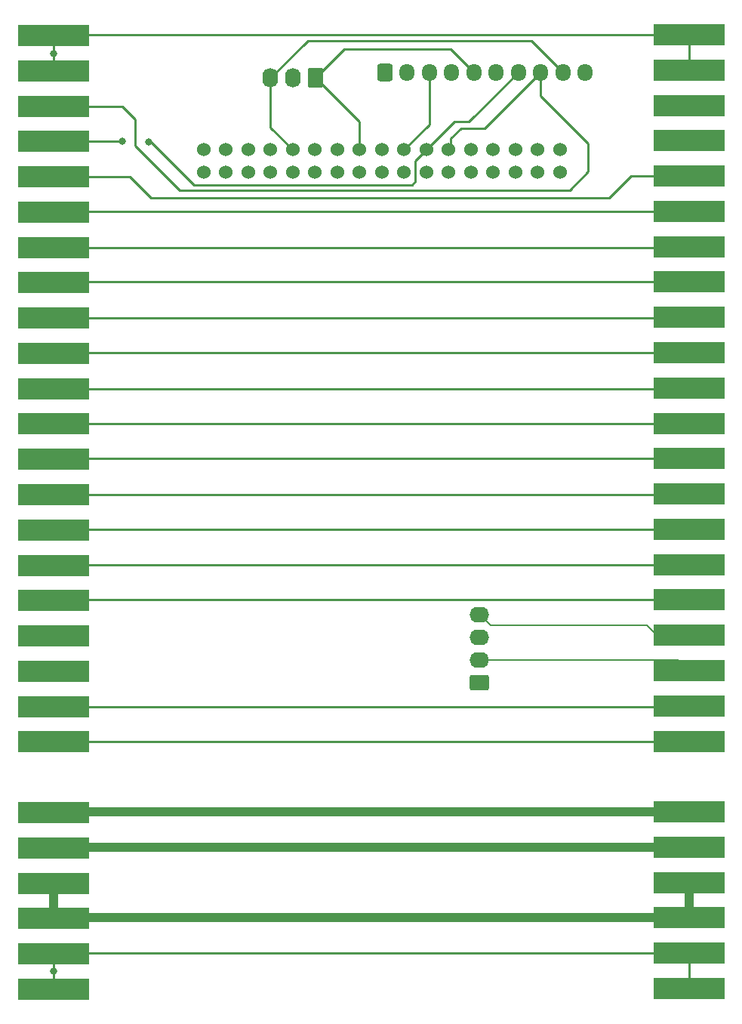
<source format=gbr>
%TF.GenerationSoftware,KiCad,Pcbnew,9.0.2*%
%TF.CreationDate,2025-07-09T23:55:51-04:00*%
%TF.ProjectId,jammaSFTM-CPS,6a616d6d-6153-4465-944d-2d4350532e6b,rev?*%
%TF.SameCoordinates,Original*%
%TF.FileFunction,Copper,L2,Bot*%
%TF.FilePolarity,Positive*%
%FSLAX46Y46*%
G04 Gerber Fmt 4.6, Leading zero omitted, Abs format (unit mm)*
G04 Created by KiCad (PCBNEW 9.0.2) date 2025-07-09 23:55:51*
%MOMM*%
%LPD*%
G01*
G04 APERTURE LIST*
G04 Aperture macros list*
%AMRoundRect*
0 Rectangle with rounded corners*
0 $1 Rounding radius*
0 $2 $3 $4 $5 $6 $7 $8 $9 X,Y pos of 4 corners*
0 Add a 4 corners polygon primitive as box body*
4,1,4,$2,$3,$4,$5,$6,$7,$8,$9,$2,$3,0*
0 Add four circle primitives for the rounded corners*
1,1,$1+$1,$2,$3*
1,1,$1+$1,$4,$5*
1,1,$1+$1,$6,$7*
1,1,$1+$1,$8,$9*
0 Add four rect primitives between the rounded corners*
20,1,$1+$1,$2,$3,$4,$5,0*
20,1,$1+$1,$4,$5,$6,$7,0*
20,1,$1+$1,$6,$7,$8,$9,0*
20,1,$1+$1,$8,$9,$2,$3,0*%
G04 Aperture macros list end*
%TA.AperFunction,ComponentPad*%
%ADD10RoundRect,0.250000X-0.600000X-0.725000X0.600000X-0.725000X0.600000X0.725000X-0.600000X0.725000X0*%
%TD*%
%TA.AperFunction,ComponentPad*%
%ADD11O,1.700000X1.950000*%
%TD*%
%TA.AperFunction,ComponentPad*%
%ADD12RoundRect,0.250000X0.845000X-0.620000X0.845000X0.620000X-0.845000X0.620000X-0.845000X-0.620000X0*%
%TD*%
%TA.AperFunction,ComponentPad*%
%ADD13O,2.190000X1.740000*%
%TD*%
%TA.AperFunction,SMDPad,CuDef*%
%ADD14R,8.000000X2.350000*%
%TD*%
%TA.AperFunction,ComponentPad*%
%ADD15RoundRect,0.250000X0.620000X0.845000X-0.620000X0.845000X-0.620000X-0.845000X0.620000X-0.845000X0*%
%TD*%
%TA.AperFunction,ComponentPad*%
%ADD16O,1.740000X2.190000*%
%TD*%
%TA.AperFunction,ComponentPad*%
%ADD17C,1.524000*%
%TD*%
%TA.AperFunction,ViaPad*%
%ADD18C,0.800000*%
%TD*%
%TA.AperFunction,Conductor*%
%ADD19C,0.250000*%
%TD*%
%TA.AperFunction,Conductor*%
%ADD20C,1.000000*%
%TD*%
%TA.AperFunction,Conductor*%
%ADD21C,0.200000*%
%TD*%
G04 APERTURE END LIST*
D10*
%TO.P,J5,1,Pin_1*%
%TO.N,GND*%
X101701600Y-53441600D03*
D11*
%TO.P,J5,2,Pin_2*%
X104201600Y-53441600D03*
%TO.P,J5,3,Pin_3*%
%TO.N,P1 SHORT*%
X106701600Y-53441600D03*
%TO.P,J5,4,Pin_4*%
%TO.N,P1 FWD*%
X109201600Y-53441600D03*
%TO.P,J5,5,Pin_5*%
%TO.N,P1 ROUNDHOUSE*%
X111701600Y-53441600D03*
%TO.P,J5,6,Pin_6*%
%TO.N,unconnected-(J5-Pad6)*%
X114201600Y-53441600D03*
%TO.P,J5,7,Pin_7*%
%TO.N,P2 SHORT*%
X116701600Y-53441600D03*
%TO.P,J5,8,Pin_8*%
%TO.N,P2 FWD*%
X119201600Y-53441600D03*
%TO.P,J5,9,Pin_9*%
%TO.N,P2 ROUNDHOUSE*%
X121701600Y-53441600D03*
%TO.P,J5,10,Pin_10*%
%TO.N,unconnected-(J5-Pad10)*%
X124201600Y-53441600D03*
%TD*%
D12*
%TO.P,J4,1,Pin_1*%
%TO.N,LEFT SPEAKER +*%
X112344200Y-121843800D03*
D13*
%TO.P,J4,2,Pin_2*%
%TO.N,LEFT SPEAKER -*%
X112344200Y-119303800D03*
%TO.P,J4,3,Pin_3*%
%TO.N,RIGHT SPEAKER +*%
X112344200Y-116763800D03*
%TO.P,J4,4,Pin_4*%
%TO.N,RIGHT SPEAKER -*%
X112344200Y-114223800D03*
%TD*%
D14*
%TO.P,J1,A,Pin_A*%
%TO.N,GND*%
X64544500Y-156228400D03*
%TO.P,J1,B,Pin_B*%
X64544500Y-152268400D03*
%TO.P,J1,C,Pin_C*%
%TO.N,+5V*%
X64544500Y-148308400D03*
%TO.P,J1,D,Pin_D*%
X64544500Y-144348400D03*
%TO.P,J1,E,Pin_E*%
%TO.N,-5V*%
X64544500Y-140388400D03*
%TO.P,J1,F,Pin_F*%
%TO.N,+12V*%
X64544500Y-136428400D03*
%TO.P,J1,J,Pin_J*%
%TO.N,Coin Counter 2*%
X64544500Y-128508400D03*
%TO.P,J1,K,Pin_K*%
%TO.N,Coin Lock 2*%
X64544500Y-124548400D03*
%TO.P,J1,L,Pin_L*%
%TO.N,LSP -*%
X64544500Y-120588400D03*
%TO.P,J1,M,Pin_M*%
%TO.N,RSP -*%
X64544500Y-116628400D03*
%TO.P,J1,N,Pin_N*%
%TO.N,G*%
X64544500Y-112668400D03*
%TO.P,J1,P,Pin_P*%
%TO.N,SYNC*%
X64544500Y-108708400D03*
%TO.P,J1,R,Pin_R*%
%TO.N,SERVICE 1*%
X64544500Y-104748400D03*
%TO.P,J1,S,Pin_S*%
%TO.N,TILT SWITCH*%
X64544500Y-100788400D03*
%TO.P,J1,T,Pin_T*%
%TO.N,COIN 2*%
X64544500Y-96828400D03*
%TO.P,J1,U,Pin_U*%
%TO.N,ST 2*%
X64544500Y-92868400D03*
%TO.P,J1,V,Pin_V*%
%TO.N,P2 UP*%
X64544500Y-88908400D03*
%TO.P,J1,W,Pin_W*%
%TO.N,P2 DN*%
X64544500Y-84948400D03*
%TO.P,J1,X,Pin_X*%
%TO.N,P2 L*%
X64544500Y-80988400D03*
%TO.P,J1,Y,Pin_Y*%
%TO.N,P2 R*%
X64544500Y-77028400D03*
%TO.P,J1,Z,Pin_Z*%
%TO.N,P2 JAB*%
X64544500Y-73068400D03*
%TO.P,J1,a,Pin_a*%
%TO.N,P2 STRONG*%
X64544500Y-69108400D03*
%TO.P,J1,b,Pin_b*%
%TO.N,P2 FIERCE*%
X64544500Y-65148400D03*
%TO.P,J1,c,Pin_c*%
%TO.N,P2 SHORT*%
X64544500Y-61188400D03*
%TO.P,J1,d,Pin_d*%
%TO.N,P2 FWD*%
X64544500Y-57228400D03*
%TO.P,J1,e,Pin_e*%
%TO.N,GND*%
X64544500Y-53268400D03*
%TO.P,J1,f,Pin_f*%
X64544500Y-49308400D03*
%TD*%
%TO.P,J2,A,Pin_A*%
%TO.N,GND*%
X135836100Y-156152200D03*
%TO.P,J2,B,Pin_B*%
X135836100Y-152192200D03*
%TO.P,J2,C,Pin_C*%
%TO.N,+5V*%
X135836100Y-148232200D03*
%TO.P,J2,D,Pin_D*%
X135836100Y-144272200D03*
%TO.P,J2,E,Pin_E*%
%TO.N,-5V*%
X135836100Y-140312200D03*
%TO.P,J2,F,Pin_F*%
%TO.N,+12V*%
X135836100Y-136352200D03*
%TO.P,J2,J,Pin_J*%
%TO.N,Coin Counter 2*%
X135836100Y-128432200D03*
%TO.P,J2,K,Pin_K*%
%TO.N,Coin Lock 2*%
X135836100Y-124472200D03*
%TO.P,J2,L,Pin_L*%
%TO.N,LEFT SPEAKER -*%
X135836100Y-120512200D03*
%TO.P,J2,M,Pin_M*%
%TO.N,RIGHT SPEAKER -*%
X135836100Y-116552200D03*
%TO.P,J2,N,Pin_N*%
%TO.N,G*%
X135836100Y-112592200D03*
%TO.P,J2,P,Pin_P*%
%TO.N,SYNC*%
X135836100Y-108632200D03*
%TO.P,J2,R,Pin_R*%
%TO.N,SERVICE 1*%
X135836100Y-104672200D03*
%TO.P,J2,S,Pin_S*%
%TO.N,TILT SWITCH*%
X135836100Y-100712200D03*
%TO.P,J2,T,Pin_T*%
%TO.N,COIN 2*%
X135836100Y-96752200D03*
%TO.P,J2,U,Pin_U*%
%TO.N,ST 2*%
X135836100Y-92792200D03*
%TO.P,J2,V,Pin_V*%
%TO.N,P2 UP*%
X135836100Y-88832200D03*
%TO.P,J2,W,Pin_W*%
%TO.N,P2 DN*%
X135836100Y-84872200D03*
%TO.P,J2,X,Pin_X*%
%TO.N,P2 L*%
X135836100Y-80912200D03*
%TO.P,J2,Y,Pin_Y*%
%TO.N,P2 R*%
X135836100Y-76952200D03*
%TO.P,J2,Z,Pin_Z*%
%TO.N,P2 JAB*%
X135836100Y-72992200D03*
%TO.P,J2,a,Pin_a*%
%TO.N,P2 STRONG*%
X135836100Y-69032200D03*
%TO.P,J2,b,Pin_b*%
%TO.N,P2 FIERCE*%
X135836100Y-65072200D03*
%TO.P,J2,c,Pin_c*%
%TO.N,unconnected-(J2-Padc)*%
X135836100Y-61112200D03*
%TO.P,J2,d,Pin_d*%
%TO.N,unconnected-(J2-Padd)*%
X135836100Y-57152200D03*
%TO.P,J2,e,Pin_e*%
%TO.N,GND*%
X135836100Y-53192200D03*
%TO.P,J2,f,Pin_f*%
X135836100Y-49232200D03*
%TD*%
D15*
%TO.P,J3,1,Pin_1*%
%TO.N,P1 ROUNDHOUSE*%
X93980000Y-54051200D03*
D16*
%TO.P,J3,2,Pin_2*%
%TO.N,GND*%
X91440000Y-54051200D03*
%TO.P,J3,3,Pin_3*%
%TO.N,P2 ROUNDHOUSE*%
X88900000Y-54051200D03*
%TD*%
D17*
%TO.P,J6,1,Pin_1*%
%TO.N,unconnected-(J6-Pad1)*%
X81384200Y-62097600D03*
%TO.P,J6,2,Pin_2*%
%TO.N,unconnected-(J6-Pad2)*%
X81384200Y-64597600D03*
%TO.P,J6,3,Pin_3*%
%TO.N,unconnected-(J6-Pad3)*%
X83884200Y-62097600D03*
%TO.P,J6,4,Pin_4*%
%TO.N,unconnected-(J6-Pad4)*%
X83884200Y-64597600D03*
%TO.P,J6,5,Pin_5*%
%TO.N,unconnected-(J6-Pad5)*%
X86384200Y-62097600D03*
%TO.P,J6,6,Pin_6*%
%TO.N,unconnected-(J6-Pad6)*%
X86384200Y-64597600D03*
%TO.P,J6,7,Pin_7*%
%TO.N,unconnected-(J6-Pad7)*%
X88884200Y-62097600D03*
%TO.P,J6,8,Pin_8*%
%TO.N,unconnected-(J6-Pad8)*%
X88884200Y-64597600D03*
%TO.P,J6,9,Pin_9*%
%TO.N,P2 ROUNDHOUSE*%
X91384200Y-62097600D03*
%TO.P,J6,10,Pin_10*%
%TO.N,unconnected-(J6-Pad10)*%
X91384200Y-64597600D03*
%TO.P,J6,11,Pin_11*%
%TO.N,unconnected-(J6-Pad11)*%
X93884200Y-62097600D03*
%TO.P,J6,12,Pin_12*%
%TO.N,unconnected-(J6-Pad12)*%
X93884200Y-64597600D03*
%TO.P,J6,13,Pin_13*%
%TO.N,unconnected-(J6-Pad13)*%
X96384200Y-62097600D03*
%TO.P,J6,14,Pin_14*%
%TO.N,unconnected-(J6-Pad14)*%
X96384200Y-64597600D03*
%TO.P,J6,15,Pin_15*%
%TO.N,P1 ROUNDHOUSE*%
X98884200Y-62097600D03*
%TO.P,J6,16,Pin_16*%
%TO.N,unconnected-(J6-Pad16)*%
X98884200Y-64597600D03*
%TO.P,J6,17,Pin_17*%
%TO.N,P1 FWD*%
X101384200Y-62097600D03*
%TO.P,J6,18,Pin_18*%
%TO.N,unconnected-(J6-Pad18)*%
X101384200Y-64597600D03*
%TO.P,J6,19,Pin_19*%
%TO.N,P1 SHORT*%
X103884200Y-62097600D03*
%TO.P,J6,20,Pin_20*%
%TO.N,unconnected-(J6-Pad20)*%
X103884200Y-64597600D03*
%TO.P,J6,21,Pin_21*%
%TO.N,P2 SHORT*%
X106384200Y-62097600D03*
%TO.P,J6,22,Pin_22*%
%TO.N,unconnected-(J6-Pad22)*%
X106384200Y-64597600D03*
%TO.P,J6,23,Pin_23*%
%TO.N,P2 FWD*%
X108884200Y-62097600D03*
%TO.P,J6,24,Pin_24*%
%TO.N,unconnected-(J6-Pad24)*%
X108884200Y-64597600D03*
%TO.P,J6,25,Pin_25*%
%TO.N,unconnected-(J6-Pad25)*%
X111384200Y-62097600D03*
%TO.P,J6,26,Pin_26*%
%TO.N,unconnected-(J6-Pad26)*%
X111384200Y-64597600D03*
%TO.P,J6,27,Pin_27*%
%TO.N,unconnected-(J6-Pad27)*%
X113884200Y-62097600D03*
%TO.P,J6,28,Pin_28*%
%TO.N,unconnected-(J6-Pad28)*%
X113884200Y-64597600D03*
%TO.P,J6,29,Pin_29*%
%TO.N,unconnected-(J6-Pad29)*%
X116384200Y-62097600D03*
%TO.P,J6,30,Pin_30*%
%TO.N,unconnected-(J6-Pad30)*%
X116384200Y-64597600D03*
%TO.P,J6,31,Pin_31*%
%TO.N,unconnected-(J6-Pad31)*%
X118884200Y-62097600D03*
%TO.P,J6,32,Pin_32*%
%TO.N,unconnected-(J6-Pad32)*%
X118884200Y-64597600D03*
%TO.P,J6,33,Pin_33*%
%TO.N,GND*%
X121384200Y-62097600D03*
%TO.P,J6,34,Pin_34*%
X121384200Y-64597600D03*
%TD*%
D18*
%TO.N,GND*%
X64544500Y-51330300D03*
X64544500Y-154225700D03*
%TO.N,P2 SHORT*%
X75260200Y-61214000D03*
X72288400Y-61188600D03*
%TO.N,+12V*%
X71978600Y-136352200D03*
%TO.N,-5V*%
X71955600Y-140312200D03*
%TO.N,+5V*%
X64544500Y-146402500D03*
%TD*%
D19*
%TO.N,GND*%
X135836100Y-53192200D02*
X135836100Y-49232200D01*
X64544500Y-53268400D02*
X64544500Y-51330300D01*
X64620700Y-49232200D02*
X64544500Y-49308400D01*
X64544500Y-154225700D02*
X64544500Y-152268400D01*
X135836100Y-156152200D02*
X135836100Y-152192200D01*
X64544500Y-51330300D02*
X64544500Y-49308400D01*
X135836100Y-49232200D02*
X64620700Y-49232200D01*
X135836100Y-152192200D02*
X64620700Y-152192200D01*
X64620700Y-152192200D02*
X64544500Y-152268400D01*
X64544500Y-156228400D02*
X64544500Y-154225700D01*
%TO.N,P2 FWD*%
X124510800Y-61391800D02*
X124510800Y-64566800D01*
X124510800Y-64566800D02*
X122453400Y-66624200D01*
X110261400Y-59740800D02*
X109143800Y-60858400D01*
X73736200Y-58724800D02*
X72239800Y-57228400D01*
X78689200Y-66624200D02*
X73736200Y-61671200D01*
X73736200Y-61671200D02*
X73736200Y-58724800D01*
X119201600Y-56082600D02*
X124510800Y-61391800D01*
X109143800Y-61838000D02*
X108884200Y-62097600D01*
X119201600Y-53441600D02*
X119201600Y-56082600D01*
X122453400Y-66624200D02*
X78689200Y-66624200D01*
X109143800Y-60858400D02*
X109143800Y-61838000D01*
X72239800Y-57228400D02*
X64544500Y-57228400D01*
X119201600Y-53441600D02*
X112902400Y-59740800D01*
X112902400Y-59740800D02*
X110261400Y-59740800D01*
%TO.N,P2 SHORT*%
X77038200Y-62763400D02*
X75488800Y-61214000D01*
X111164400Y-58978800D02*
X109503000Y-58978800D01*
X75488800Y-61214000D02*
X75260200Y-61214000D01*
X105105200Y-63398400D02*
X105105200Y-65608200D01*
X105297689Y-63184111D02*
X105297689Y-63205911D01*
X105156000Y-65659000D02*
X104775000Y-66040000D01*
X72288400Y-61188600D02*
X72288200Y-61188400D01*
X105105200Y-65608200D02*
X105156000Y-65659000D01*
X80314800Y-66040000D02*
X77038200Y-62763400D01*
X72288200Y-61188400D02*
X64544500Y-61188400D01*
X116701600Y-53441600D02*
X111164400Y-58978800D01*
X104775000Y-66040000D02*
X101981000Y-66040000D01*
X105297689Y-63205911D02*
X105105200Y-63398400D01*
X101981000Y-66040000D02*
X80314800Y-66040000D01*
X109503000Y-58978800D02*
X106384200Y-62097600D01*
X106384200Y-62097600D02*
X105297689Y-63184111D01*
%TO.N,P2 FIERCE*%
X64544500Y-65148400D02*
X73098600Y-65148400D01*
X126873000Y-67513200D02*
X129314000Y-65072200D01*
X73098600Y-65148400D02*
X75463400Y-67513200D01*
X129314000Y-65072200D02*
X135836100Y-65072200D01*
X75463400Y-67513200D02*
X126873000Y-67513200D01*
%TO.N,P2 STRONG*%
X64620700Y-69032200D02*
X64544500Y-69108400D01*
X135836100Y-69032200D02*
X64620700Y-69032200D01*
%TO.N,P2 JAB*%
X64544500Y-73068400D02*
X135759900Y-73068400D01*
X135759900Y-73068400D02*
X135836100Y-72992200D01*
%TO.N,P2 R*%
X64620700Y-76952200D02*
X64544500Y-77028400D01*
X135836100Y-76952200D02*
X64620700Y-76952200D01*
%TO.N,P2 L*%
X135759900Y-80988400D02*
X135836100Y-80912200D01*
X64544500Y-80988400D02*
X135759900Y-80988400D01*
%TO.N,P2 DN*%
X135836100Y-84872200D02*
X64620700Y-84872200D01*
X64620700Y-84872200D02*
X64544500Y-84948400D01*
%TO.N,P2 UP*%
X135759900Y-88908400D02*
X135836100Y-88832200D01*
X64544500Y-88908400D02*
X135759900Y-88908400D01*
%TO.N,ST 2*%
X135836100Y-92792200D02*
X64620700Y-92792200D01*
X64620700Y-92792200D02*
X64544500Y-92868400D01*
%TO.N,COIN 2*%
X135836100Y-96752200D02*
X64620700Y-96752200D01*
X64620700Y-96752200D02*
X64544500Y-96828400D01*
%TO.N,TILT SWITCH*%
X64544500Y-100788400D02*
X135759900Y-100788400D01*
X135759900Y-100788400D02*
X135836100Y-100712200D01*
%TO.N,SERVICE 1*%
X135836100Y-104672200D02*
X64620700Y-104672200D01*
X64620700Y-104672200D02*
X64544500Y-104748400D01*
%TO.N,SYNC*%
X64620700Y-108632200D02*
X64544500Y-108708400D01*
X135836100Y-108632200D02*
X64620700Y-108632200D01*
%TO.N,G*%
X64620700Y-112592200D02*
X64544500Y-112668400D01*
X135836100Y-112592200D02*
X64620700Y-112592200D01*
%TO.N,Coin Lock 2*%
X64544500Y-124548400D02*
X135759900Y-124548400D01*
X135759900Y-124548400D02*
X135836100Y-124472200D01*
%TO.N,Coin Counter 2*%
X135836100Y-128432200D02*
X64620700Y-128432200D01*
X64620700Y-128432200D02*
X64544500Y-128508400D01*
%TO.N,+12V*%
X64620700Y-136352200D02*
X64544500Y-136428400D01*
D20*
X135836100Y-136352200D02*
X71978600Y-136352200D01*
X71978600Y-136352200D02*
X64620700Y-136352200D01*
%TO.N,-5V*%
X135836100Y-140312200D02*
X71955600Y-140312200D01*
D19*
X64620700Y-140312200D02*
X64544500Y-140388400D01*
D20*
X71955600Y-140312200D02*
X64620700Y-140312200D01*
D19*
%TO.N,+5V*%
X64620700Y-148232200D02*
X64544500Y-148308400D01*
D20*
X64544500Y-146402500D02*
X64544500Y-148308400D01*
X64544500Y-144348400D02*
X64544500Y-146402500D01*
X135836100Y-148232200D02*
X64620700Y-148232200D01*
X135836100Y-144272200D02*
X135836100Y-148232200D01*
D19*
%TO.N,P1 SHORT*%
X106701600Y-53441600D02*
X106701600Y-59280200D01*
X106701600Y-59280200D02*
X103884200Y-62097600D01*
%TO.N,P1 ROUNDHOUSE*%
X93980000Y-54051200D02*
X98884200Y-58955400D01*
X93980000Y-54051200D02*
X97205800Y-50825400D01*
X109085400Y-50825400D02*
X111701600Y-53441600D01*
X98884200Y-58955400D02*
X98884200Y-62097600D01*
X97205800Y-50825400D02*
X109085400Y-50825400D01*
%TO.N,P2 ROUNDHOUSE*%
X93065600Y-49885600D02*
X118160800Y-49885600D01*
X88900000Y-59613400D02*
X91384200Y-62097600D01*
X88900000Y-54051200D02*
X88900000Y-59613400D01*
X88900000Y-54051200D02*
X93065600Y-49885600D01*
X118160800Y-49885600D02*
X121701600Y-53426400D01*
X121701600Y-53426400D02*
X121701600Y-53441600D01*
D21*
%TO.N,LEFT SPEAKER -*%
X112344200Y-119303800D02*
X134627700Y-119303800D01*
X134627700Y-119303800D02*
X135836100Y-120512200D01*
%TO.N,RIGHT SPEAKER -*%
X131089400Y-115443000D02*
X132198600Y-116552200D01*
X112344200Y-114223800D02*
X113563400Y-115443000D01*
X113563400Y-115443000D02*
X131089400Y-115443000D01*
X132198600Y-116552200D02*
X135836100Y-116552200D01*
%TD*%
M02*

</source>
